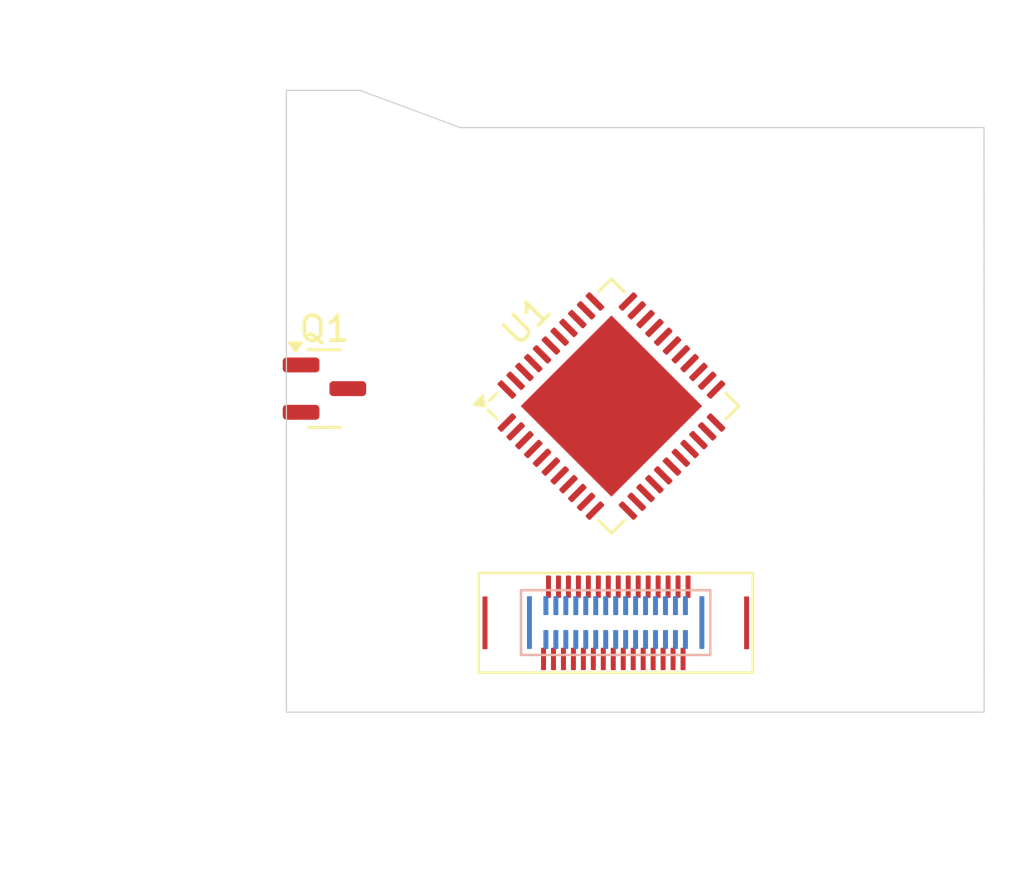
<source format=kicad_pcb>
(kicad_pcb (version 20241229) (generator "pcbnew") (generator_version "9.0")
  (layers (0 "F.Cu" signal) (4 "In1.Cu" signal) (6 "In2.Cu" signal) (2 "B.Cu" signal) (13 "F.Paste" user) (15 "B.Paste" user) (5 "F.SilkS" user "F.Silkscreen") (7 "B.SilkS" user "B.Silkscreen") (1 "F.Mask" user) (3 "B.Mask" user) (25 "Edge.Cuts" user))
  (net 0 "")
  (net 1 "Net-(U1-GND-Pad15)")
  (net 17 "Net-(U1-VCC-Pad14)")
  (net 21 "Net-(U1-AVCC-Pad24)")
  (footprint "Package_TO_SOT_SMD:SOT-23" (layer "F.Cu") (at 129.8875 106.9)
    (property "Reference" "Q1" (at 0 -2.4 0) (layer "F.SilkS"))
    (property "Value" "FDN340P")
    (fp_line (start 0 -1.56) (end -0.65 -1.56) (stroke (width 0.12)) (layer "F.SilkS"))
    (fp_line (start 0 -1.56) (end 0.65 -1.56) (stroke (width 0.12)) (layer "F.SilkS"))
    (fp_line (start 0 1.56) (end -0.65 1.56) (stroke (width 0.12)) (layer "F.SilkS"))
    (fp_line (start 0 1.56) (end 0.65 1.56) (stroke (width 0.12)) (layer "F.SilkS"))
    (fp_poly (pts (xy -1.1625 -1.51) (xy -1.4025 -1.84) (xy -0.9225 -1.84)) (stroke (width 0.12)) (fill yes) (layer "F.SilkS"))
    (pad "1" smd roundrect (at -0.9375 -0.95) (size 1.475 0.6) (layers "F.Cu" "F.Mask" "F.Paste"))
    (pad "2" smd roundrect (at -0.9375 0.95) (size 1.475 0.6) (layers "F.Cu" "F.Mask" "F.Paste"))
    (pad "3" smd roundrect (at 0.9375 0) (size 1.475 0.6) (layers "F.Cu" "F.Mask" "F.Paste"))
  )
  (footprint "Package_DFN_QFN:QFN-44-1EP_7x7mm_P0.5mm_EP5.15x5.15mm" (layer "F.Cu") (at 141.405761 107.6 45)
    (property "Reference" "U1" (at 0 -4.83 45) (layer "F.SilkS"))
    (property "Value" "ATmega32U4-M")
    (fp_line (start -2.885001 -3.61) (end -3.31 -3.61) (stroke (width 0.12)) (layer "F.SilkS"))
    (fp_line (start -3.61 -2.885001) (end -3.61 -3.37) (stroke (width 0.12)) (layer "F.SilkS"))
    (fp_line (start 2.885001 -3.61) (end 3.61 -3.61) (stroke (width 0.12)) (layer "F.SilkS"))
    (fp_line (start 3.61 -3.61) (end 3.61 -2.885001) (stroke (width 0.12)) (layer "F.SilkS"))
    (fp_line (start -3.61 3.61) (end -3.61 2.885001) (stroke (width 0.12)) (layer "F.SilkS"))
    (fp_line (start -2.885001 3.61) (end -3.61 3.61) (stroke (width 0.12)) (layer "F.SilkS"))
    (fp_line (start 2.885001 3.61) (end 3.61 3.61) (stroke (width 0.12)) (layer "F.SilkS"))
    (fp_line (start 3.61 3.61) (end 3.61 2.885001) (stroke (width 0.12)) (layer "F.SilkS"))
    (fp_poly (pts (xy -3.61 -3.61) (xy -3.85 -3.94) (xy -3.37 -3.94)) (stroke (width 0.12)) (fill yes) (layer "F.SilkS"))
    (pad "1" smd roundrect (at -3.437501 -2.5 45) (size 0.875 0.25) (layers "F.Cu" "F.Mask" "F.Paste"))
    (pad "2" smd roundrect (at -3.4375 -2 45) (size 0.875 0.25) (layers "F.Cu" "F.Mask" "F.Paste"))
    (pad "3" smd roundrect (at -3.4375 -1.5 45) (size 0.875 0.25) (layers "F.Cu" "F.Mask" "F.Paste"))
    (pad "4" smd roundrect (at -3.4375 -1 45) (size 0.875 0.25) (layers "F.Cu" "F.Mask" "F.Paste"))
    (pad "5" smd roundrect (at -3.4375 -0.5 45) (size 0.875 0.25) (layers "F.Cu" "F.Mask" "F.Paste"))
    (pad "6" smd roundrect (at -3.437501 0 45) (size 0.875 0.25) (layers "F.Cu" "F.Mask" "F.Paste"))
    (pad "7" smd roundrect (at -3.4375 0.5 45) (size 0.875 0.25) (layers "F.Cu" "F.Mask" "F.Paste"))
    (pad "8" smd roundrect (at -3.4375 1 45) (size 0.875 0.25) (layers "F.Cu" "F.Mask" "F.Paste"))
    (pad "9" smd roundrect (at -3.4375 1.5 45) (size 0.875 0.25) (layers "F.Cu" "F.Mask" "F.Paste"))
    (pad "10" smd roundrect (at -3.4375 2 45) (size 0.875 0.25) (layers "F.Cu" "F.Mask" "F.Paste"))
    (pad "11" smd roundrect (at -3.437501 2.5 45) (size 0.875 0.25) (layers "F.Cu" "F.Mask" "F.Paste"))
    (pad "12" smd roundrect (at -2.5 3.437501 45) (size 0.25 0.875) (layers "F.Cu" "F.Mask" "F.Paste"))
    (pad "13" smd roundrect (at -2 3.4375 45) (size 0.25 0.875) (layers "F.Cu" "F.Mask" "F.Paste"))
    (pad "14" smd roundrect (at -1.5 3.4375 45) (size 0.25 0.875) (layers "F.Cu" "F.Mask" "F.Paste") (net 17 "Net-(U1-VCC-Pad14)"))
    (pad "15" smd roundrect (at -1 3.4375 45) (size 0.25 0.875) (layers "F.Cu" "F.Mask" "F.Paste") (net 1 "Net-(U1-GND-Pad15)"))
    (pad "16" smd roundrect (at -0.5 3.4375 45) (size 0.25 0.875) (layers "F.Cu" "F.Mask" "F.Paste"))
    (pad "17" smd roundrect (at 0 3.437501 45) (size 0.25 0.875) (layers "F.Cu" "F.Mask" "F.Paste"))
    (pad "18" smd roundrect (at 0.5 3.4375 45) (size 0.25 0.875) (layers "F.Cu" "F.Mask" "F.Paste"))
    (pad "19" smd roundrect (at 1 3.4375 45) (size 0.25 0.875) (layers "F.Cu" "F.Mask" "F.Paste"))
    (pad "20" smd roundrect (at 1.5 3.4375 45) (size 0.25 0.875) (layers "F.Cu" "F.Mask" "F.Paste"))
    (pad "21" smd roundrect (at 2 3.4375 45) (size 0.25 0.875) (layers "F.Cu" "F.Mask" "F.Paste"))
    (pad "22" smd roundrect (at 2.5 3.437501 45) (size 0.25 0.875) (layers "F.Cu" "F.Mask" "F.Paste"))
    (pad "23" smd roundrect (at 3.437501 2.5 45) (size 0.875 0.25) (layers "F.Cu" "F.Mask" "F.Paste") (net 1 "Net-(U1-GND-Pad15)"))
    (pad "24" smd roundrect (at 3.4375 2 45) (size 0.875 0.25) (layers "F.Cu" "F.Mask" "F.Paste") (net 21 "Net-(U1-AVCC-Pad24)"))
    (pad "25" smd roundrect (at 3.4375 1.5 45) (size 0.875 0.25) (layers "F.Cu" "F.Mask" "F.Paste"))
    (pad "26" smd roundrect (at 3.4375 1 45) (size 0.875 0.25) (layers "F.Cu" "F.Mask" "F.Paste"))
    (pad "27" smd roundrect (at 3.4375 0.5 45) (size 0.875 0.25) (layers "F.Cu" "F.Mask" "F.Paste"))
    (pad "28" smd roundrect (at 3.437501 0 45) (size 0.875 0.25) (layers "F.Cu" "F.Mask" "F.Paste"))
    (pad "29" smd roundrect (at 3.4375 -0.5 45) (size 0.875 0.25) (layers "F.Cu" "F.Mask" "F.Paste"))
    (pad "30" smd roundrect (at 3.4375 -1 45) (size 0.875 0.25) (layers "F.Cu" "F.Mask" "F.Paste"))
    (pad "31" smd roundrect (at 3.4375 -1.5 45) (size 0.875 0.25) (layers "F.Cu" "F.Mask" "F.Paste"))
    (pad "32" smd roundrect (at 3.4375 -2 45) (size 0.875 0.25) (layers "F.Cu" "F.Mask" "F.Paste"))
    (pad "33" smd roundrect (at 3.437501 -2.5 45) (size 0.875 0.25) (layers "F.Cu" "F.Mask" "F.Paste"))
    (pad "34" smd roundrect (at 2.5 -3.437501 45) (size 0.25 0.875) (layers "F.Cu" "F.Mask" "F.Paste") (net 17 "Net-(U1-VCC-Pad14)"))
    (pad "35" smd roundrect (at 2 -3.4375 45) (size 0.25 0.875) (layers "F.Cu" "F.Mask" "F.Paste") (net 1 "Net-(U1-GND-Pad15)"))
    (pad "36" smd roundrect (at 1.5 -3.4375 45) (size 0.25 0.875) (layers "F.Cu" "F.Mask" "F.Paste"))
    (pad "37" smd roundrect (at 1 -3.4375 45) (size 0.25 0.875) (layers "F.Cu" "F.Mask" "F.Paste"))
    (pad "38" smd roundrect (at 0.5 -3.4375 45) (size 0.25 0.875) (layers "F.Cu" "F.Mask" "F.Paste"))
    (pad "39" smd roundrect (at 0 -3.437501 45) (size 0.25 0.875) (layers "F.Cu" "F.Mask" "F.Paste"))
    (pad "40" smd roundrect (at -0.5 -3.4375 45) (size 0.25 0.875) (layers "F.Cu" "F.Mask" "F.Paste"))
    (pad "41" smd roundrect (at -1 -3.4375 45) (size 0.25 0.875) (layers "F.Cu" "F.Mask" "F.Paste"))
    (pad "42" smd roundrect (at -1.5 -3.4375 45) (size 0.25 0.875) (layers "F.Cu" "F.Mask" "F.Paste"))
    (pad "43" smd roundrect (at -2 -3.4375 45) (size 0.25 0.875) (layers "F.Cu" "F.Mask" "F.Paste") (net 1 "Net-(U1-GND-Pad15)"))
    (pad "44" smd roundrect (at -2.5 -3.437501 45) (size 0.25 0.875) (layers "F.Cu" "F.Mask" "F.Paste") (net 21 "Net-(U1-AVCC-Pad24)"))
    (pad "45" smd rect (at 0 0 45) (size 5.15 5.15) (property pad_prop_heatsink) (layers "F.Cu" "F.Mask") (net 1 "Net-(U1-GND-Pad15)"))
  )
  (footprint "MolexFSB:FSB5 Series 0.40 mm Pitch Floating SlimStack Board-to-Board Plugs" (layer "F.Cu") (at 141.58 116.304999)
    (property "Reference" "J2" (hide yes))
    (property "Value" "Conn_02x16_Top_Bottom" (hide yes))
    (fp_rect (start -5.5 -2) (end 5.5 2) (stroke (width 0.1)) (fill no) (layer "F.SilkS"))
    (pad "1" smd roundrect (at -2.9 1.45) (size 0.2 0.899998) (layers "F.Cu" "F.Mask" "F.Paste") (roundrect_rratio 0.15))
    (pad "2" smd roundrect (at -2.5 1.45) (size 0.2 0.899998) (layers "F.Cu" "F.Mask" "F.Paste") (roundrect_rratio 0.15))
    (pad "3" smd roundrect (at -2.1 1.45) (size 0.2 0.899998) (layers "F.Cu" "F.Mask" "F.Paste") (roundrect_rratio 0.15))
    (pad "4" smd roundrect (at -1.7 1.45) (size 0.2 0.899998) (layers "F.Cu" "F.Mask" "F.Paste") (roundrect_rratio 0.15))
    (pad "5" smd roundrect (at -1.3 1.45) (size 0.2 0.899998) (layers "F.Cu" "F.Mask" "F.Paste") (roundrect_rratio 0.15))
    (pad "6" smd roundrect (at -0.9 1.45) (size 0.2 0.899998) (layers "F.Cu" "F.Mask" "F.Paste") (roundrect_rratio 0.15))
    (pad "7" smd roundrect (at -0.5 1.45) (size 0.2 0.899998) (layers "F.Cu" "F.Mask" "F.Paste") (roundrect_rratio 0.15))
    (pad "8" smd roundrect (at -0.1 1.45) (size 0.2 0.899998) (layers "F.Cu" "F.Mask" "F.Paste") (roundrect_rratio 0.15))
    (pad "9" smd roundrect (at 0.3 1.45) (size 0.2 0.899998) (layers "F.Cu" "F.Mask" "F.Paste") (roundrect_rratio 0.15))
    (pad "10" smd roundrect (at 0.7 1.45) (size 0.2 0.899998) (layers "F.Cu" "F.Mask" "F.Paste") (roundrect_rratio 0.15))
    (pad "11" smd roundrect (at 1.1 1.45) (size 0.2 0.899998) (layers "F.Cu" "F.Mask" "F.Paste") (roundrect_rratio 0.15))
    (pad "12" smd roundrect (at 1.5 1.45) (size 0.2 0.899998) (layers "F.Cu" "F.Mask" "F.Paste") (roundrect_rratio 0.15))
    (pad "13" smd roundrect (at 1.9 1.45) (size 0.2 0.899998) (layers "F.Cu" "F.Mask" "F.Paste") (roundrect_rratio 0.15))
    (pad "14" smd roundrect (at 2.3 1.45) (size 0.2 0.899998) (layers "F.Cu" "F.Mask" "F.Paste") (roundrect_rratio 0.15))
    (pad "15" smd roundrect (at 2.7 1.45) (size 0.2 0.899998) (layers "F.Cu" "F.Mask" "F.Paste") (roundrect_rratio 0.15))
    (pad "16" smd roundrect (at -2.7 -1.45) (size 0.2 0.899998) (layers "F.Cu" "F.Mask" "F.Paste") (roundrect_rratio 0.15))
    (pad "17" smd roundrect (at -2.3 -1.45) (size 0.2 0.899998) (layers "F.Cu" "F.Mask" "F.Paste") (roundrect_rratio 0.15))
    (pad "18" smd roundrect (at -1.9 -1.45) (size 0.2 0.899998) (layers "F.Cu" "F.Mask" "F.Paste") (roundrect_rratio 0.15))
    (pad "19" smd roundrect (at -1.5 -1.45) (size 0.2 0.899998) (layers "F.Cu" "F.Mask" "F.Paste") (roundrect_rratio 0.15))
    (pad "20" smd roundrect (at -1.1 -1.45) (size 0.2 0.899998) (layers "F.Cu" "F.Mask" "F.Paste") (roundrect_rratio 0.15))
    (pad "21" smd roundrect (at -0.7 -1.45) (size 0.2 0.899998) (layers "F.Cu" "F.Mask" "F.Paste") (roundrect_rratio 0.15))
    (pad "22" smd roundrect (at -0.3 -1.45) (size 0.2 0.899998) (layers "F.Cu" "F.Mask" "F.Paste") (roundrect_rratio 0.15))
    (pad "23" smd roundrect (at 0.1 -1.45) (size 0.2 0.899998) (layers "F.Cu" "F.Mask" "F.Paste") (roundrect_rratio 0.15))
    (pad "24" smd roundrect (at 0.5 -1.45) (size 0.2 0.899998) (layers "F.Cu" "F.Mask" "F.Paste") (roundrect_rratio 0.15))
    (pad "25" smd roundrect (at 0.9 -1.45) (size 0.2 0.899998) (layers "F.Cu" "F.Mask" "F.Paste") (roundrect_rratio 0.15))
    (pad "26" smd roundrect (at 1.3 -1.45) (size 0.2 0.899998) (layers "F.Cu" "F.Mask" "F.Paste") (roundrect_rratio 0.15))
    (pad "27" smd roundrect (at 1.7 -1.45) (size 0.2 0.899998) (layers "F.Cu" "F.Mask" "F.Paste") (roundrect_rratio 0.15))
    (pad "28" smd roundrect (at 2.1 -1.45) (size 0.2 0.899998) (layers "F.Cu" "F.Mask" "F.Paste") (roundrect_rratio 0.15))
    (pad "29" smd roundrect (at 2.5 -1.45) (size 0.2 0.899998) (layers "F.Cu" "F.Mask" "F.Paste") (roundrect_rratio 0.15))
    (pad "30" smd roundrect (at 2.9 -1.45) (size 0.2 0.899998) (layers "F.Cu" "F.Mask" "F.Paste") (roundrect_rratio 0.15))
    (pad "31" smd roundrect (at -5.25 0) (size 0.2 2.119998) (layers "F.Cu" "F.Mask" "F.Paste") (roundrect_rratio 0.15))
    (pad "32" smd roundrect (at 5.25 0) (size 0.2 2.119998) (layers "F.Cu" "F.Mask" "F.Paste") (roundrect_rratio 0.15))
  )
  (footprint "MolexFSB:FSB5 Series 0.40 mm Pitch Floating SlimStack Board-to-Board Receptacles" (layer "B.Cu") (at 141.575 116.295 180)
    (property "Reference" "J1" (hide yes))
    (property "Value" "Conn_02x16_Top_Bottom" (hide yes))
    (fp_rect (start -3.8 1.3) (end 3.8 -1.3) (stroke (width 0.1)) (fill no) (layer "B.SilkS"))
    (pad "1" smd roundrect (at -2.8 -0.68 180) (size 0.2 0.76115) (layers "B.Cu" "B.Mask" "B.Paste") (roundrect_rratio 0.15))
    (pad "2" smd roundrect (at -2.4 -0.68 180) (size 0.2 0.76115) (layers "B.Cu" "B.Mask" "B.Paste") (roundrect_rratio 0.15))
    (pad "3" smd roundrect (at -2 -0.68 180) (size 0.2 0.76115) (layers "B.Cu" "B.Mask" "B.Paste") (roundrect_rratio 0.15))
    (pad "4" smd roundrect (at -1.6 -0.68 180) (size 0.2 0.76115) (layers "B.Cu" "B.Mask" "B.Paste") (roundrect_rratio 0.15))
    (pad "5" smd roundrect (at -1.2 -0.68 180) (size 0.2 0.76115) (layers "B.Cu" "B.Mask" "B.Paste") (roundrect_rratio 0.15))
    (pad "6" smd roundrect (at -0.8 -0.68 180) (size 0.2 0.76115) (layers "B.Cu" "B.Mask" "B.Paste") (roundrect_rratio 0.15))
    (pad "7" smd roundrect (at -0.4 -0.68 180) (size 0.2 0.76115) (layers "B.Cu" "B.Mask" "B.Paste") (roundrect_rratio 0.15))
    (pad "8" smd roundrect (at 0 -0.68 180) (size 0.2 0.76115) (layers "B.Cu" "B.Mask" "B.Paste") (roundrect_rratio 0.15))
    (pad "9" smd roundrect (at 0.4 -0.68 180) (size 0.2 0.76115) (layers "B.Cu" "B.Mask" "B.Paste") (roundrect_rratio 0.15))
    (pad "10" smd roundrect (at 0.8 -0.68 180) (size 0.2 0.76115) (layers "B.Cu" "B.Mask" "B.Paste") (roundrect_rratio 0.15))
    (pad "11" smd roundrect (at 1.2 -0.68 180) (size 0.2 0.76115) (layers "B.Cu" "B.Mask" "B.Paste") (roundrect_rratio 0.15))
    (pad "12" smd roundrect (at 1.6 -0.68 180) (size 0.2 0.76115) (layers "B.Cu" "B.Mask" "B.Paste") (roundrect_rratio 0.15))
    (pad "13" smd roundrect (at 2 -0.68 180) (size 0.2 0.76115) (layers "B.Cu" "B.Mask" "B.Paste") (roundrect_rratio 0.15))
    (pad "14" smd roundrect (at 2.4 -0.68 180) (size 0.2 0.76115) (layers "B.Cu" "B.Mask" "B.Paste") (roundrect_rratio 0.15))
    (pad "15" smd roundrect (at 2.8 -0.68 180) (size 0.2 0.76115) (layers "B.Cu" "B.Mask" "B.Paste") (roundrect_rratio 0.15))
    (pad "16" smd roundrect (at -2.8 0.68 180) (size 0.2 0.76115) (layers "B.Cu" "B.Mask" "B.Paste") (roundrect_rratio 0.15))
    (pad "17" smd roundrect (at -2.4 0.68 180) (size 0.2 0.76115) (layers "B.Cu" "B.Mask" "B.Paste") (roundrect_rratio 0.15))
    (pad "18" smd roundrect (at -2 0.68 180) (size 0.2 0.76115) (layers "B.Cu" "B.Mask" "B.Paste") (roundrect_rratio 0.15))
    (pad "19" smd roundrect (at -1.6 0.68 180) (size 0.2 0.76115) (layers "B.Cu" "B.Mask" "B.Paste") (roundrect_rratio 0.15))
    (pad "20" smd roundrect (at -1.2 0.68 180) (size 0.2 0.76115) (layers "B.Cu" "B.Mask" "B.Paste") (roundrect_rratio 0.15))
    (pad "21" smd roundrect (at -0.8 0.68 180) (size 0.2 0.76115) (layers "B.Cu" "B.Mask" "B.Paste") (roundrect_rratio 0.15))
    (pad "22" smd roundrect (at -0.4 0.68 180) (size 0.2 0.76115) (layers "B.Cu" "B.Mask" "B.Paste") (roundrect_rratio 0.15))
    (pad "23" smd roundrect (at 0 0.68 180) (size 0.2 0.76115) (layers "B.Cu" "B.Mask" "B.Paste") (roundrect_rratio 0.15))
    (pad "24" smd roundrect (at 0.4 0.68 180) (size 0.2 0.76115) (layers "B.Cu" "B.Mask" "B.Paste") (roundrect_rratio 0.15))
    (pad "25" smd roundrect (at 0.8 0.68 180) (size 0.2 0.76115) (layers "B.Cu" "B.Mask" "B.Paste") (roundrect_rratio 0.15))
    (pad "26" smd roundrect (at 1.2 0.68 180) (size 0.2 0.76115) (layers "B.Cu" "B.Mask" "B.Paste") (roundrect_rratio 0.15))
    (pad "27" smd roundrect (at 1.6 0.68 180) (size 0.2 0.76115) (layers "B.Cu" "B.Mask" "B.Paste") (roundrect_rratio 0.15))
    (pad "28" smd roundrect (at 2 0.68 180) (size 0.2 0.76115) (layers "B.Cu" "B.Mask" "B.Paste") (roundrect_rratio 0.15))
    (pad "29" smd roundrect (at 2.4 0.68 180) (size 0.2 0.76115) (layers "B.Cu" "B.Mask" "B.Paste") (roundrect_rratio 0.15))
    (pad "30" smd roundrect (at 2.8 0.68 180) (size 0.2 0.76115) (layers "B.Cu" "B.Mask" "B.Paste") (roundrect_rratio 0.15))
    (pad "31" smd roundrect (at -3.46 0 180) (size 0.2 2.119998) (layers "B.Cu" "B.Mask" "B.Paste") (roundrect_rratio 0.15))
    (pad "32" smd roundrect (at 3.46 -0.000001 180) (size 0.2 2.119998) (layers "B.Cu" "B.Mask" "B.Paste") (roundrect_rratio 0.15))
  )
  (gr_poly (pts (xy 156.363412 119.891415) (xy 128.361475 119.891415) (xy 128.361475 94.922415) (xy 131.312946 94.922415) (xy 135.334675 96.416415) (xy 156.359675 96.416415)) (stroke (width 0.05)) (fill no) (layer "Edge.Cuts"))
)
</source>
